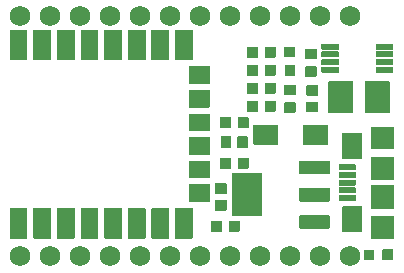
<source format=gts>
G04 Layer: TopSolderMaskLayer*
G04 EasyEDA Pro v1.7.31, 2022-10-01 17:20:27*
G04 Gerber Generator version 0.3*
G04 Scale: 100 percent, Rotated: No, Reflected: No*
G04 Dimensions in millimeters*
G04 Leading zeros omitted, absolute positions, 3 integers and 3 decimals*
%FSLAX33Y33*%
%MOMM*%
%ADD10C,1.7272*%
G75*


G04 Pad Start*
G36*
G01X10248Y23891D02*
G01X8848Y23891D01*
G03X8797Y23840I0J-51D01*
G01Y21340D01*
G03X8848Y21289I51J0D01*
G01X10248D01*
G03X10298Y21340I0J51D01*
G01Y23840D01*
G03X10248Y23891I-51J0D01*
G37*
G36*
G01X12248Y23890D02*
G01X10848Y23890D01*
G03X10797Y23840I0J-51D01*
G01Y21340D01*
G03X10848Y21289I51J0D01*
G01X12248D01*
G03X12298Y21340I0J51D01*
G01Y23840D01*
G03X12248Y23890I-51J0D01*
G37*
G36*
G01X14248Y23891D02*
G01X12848Y23891D01*
G03X12797Y23840I0J-51D01*
G01Y21340D01*
G03X12848Y21289I51J0D01*
G01X14248D01*
G03X14298Y21340I0J51D01*
G01Y23840D01*
G03X14248Y23891I-51J0D01*
G37*
G36*
G01X16248Y23890D02*
G01X14848Y23890D01*
G03X14797Y23839I0J-51D01*
G01Y21339D01*
G03X14848Y21288I51J0D01*
G01X16248D01*
G03X16298Y21339I0J51D01*
G01Y23839D01*
G03X16248Y23890I-51J0D01*
G37*
G36*
G01X18248Y23891D02*
G01X16848Y23891D01*
G03X16797Y23840I0J-51D01*
G01Y21340D01*
G03X16848Y21289I51J0D01*
G01X18248D01*
G03X18298Y21340I0J51D01*
G01Y23840D01*
G03X18248Y23891I-51J0D01*
G37*
G36*
G01X20248Y23892D02*
G01X18848Y23892D01*
G03X18797Y23841I0J-51D01*
G01Y21341D01*
G03X18848Y21290I51J0D01*
G01X20248D01*
G03X20298Y21341I0J51D01*
G01Y23841D01*
G03X20248Y23892I-51J0D01*
G37*
G36*
G01X22248Y23890D02*
G01X20848Y23890D01*
G03X20797Y23839I0J-51D01*
G01Y21339D01*
G03X20848Y21289I51J0D01*
G01X22248D01*
G03X22298Y21339I0J51D01*
G01Y23839D01*
G03X22248Y23890I-51J0D01*
G37*
G36*
G01X24248Y23889D02*
G01X22848Y23889D01*
G03X22797Y23838I0J-51D01*
G01Y21338D01*
G03X22848Y21287I51J0D01*
G01X24248D01*
G03X24298Y21338I0J51D01*
G01Y23838D01*
G03X24248Y23889I-51J0D01*
G37*
G36*
G01X25749Y19336D02*
G01X25749Y20736D01*
G03X25699Y20787I-51J0D01*
G01X23999D01*
G03X23948Y20736I0J-51D01*
G01Y19336D01*
G03X23999Y19285I51J0D01*
G01X25699D01*
G03X25749Y19336I0J51D01*
G37*
G36*
G01X25749Y17336D02*
G01X25749Y18736D01*
G03X25698Y18787I-51J0D01*
G01X23998D01*
G03X23947Y18736I0J-51D01*
G01Y17336D01*
G03X23998Y17285I51J0D01*
G01X25698D01*
G03X25749Y17336I0J51D01*
G37*
G36*
G01X25749Y15337D02*
G01X25749Y16737D01*
G03X25698Y16787I-51J0D01*
G01X23998D01*
G03X23947Y16737I0J-51D01*
G01Y15337D01*
G03X23998Y15286I51J0D01*
G01X25698D01*
G03X25749Y15337I0J51D01*
G37*
G36*
G01X25749Y13336D02*
G01X25749Y14736D01*
G03X25698Y14787I-51J0D01*
G01X23998D01*
G03X23947Y14736I0J-51D01*
G01Y13336D01*
G03X23998Y13285I51J0D01*
G01X25698D01*
G03X25749Y13336I0J51D01*
G37*
G36*
G01X25748Y11337D02*
G01X25748Y12737D01*
G03X25697Y12788I-51J0D01*
G01X23997D01*
G03X23946Y12737I0J-51D01*
G01Y11337D01*
G03X23997Y11286I51J0D01*
G01X25697D01*
G03X25748Y11337I0J51D01*
G37*
G36*
G01X25750Y9339D02*
G01X25750Y10739D01*
G03X25699Y10790I-51J0D01*
G01X23999D01*
G03X23948Y10739I0J-51D01*
G01Y9339D01*
G03X23999Y9288I51J0D01*
G01X25699D01*
G03X25750Y9339I0J51D01*
G37*
G36*
G01X22848Y6188D02*
G01X24248Y6188D01*
G03X24298Y6238I0J51D01*
G01Y8738D01*
G03X24248Y8789I-51J0D01*
G01X22848D01*
G03X22797Y8738I0J-51D01*
G01Y6238D01*
G03X22848Y6188I51J0D01*
G37*
G36*
G01X20848Y6187D02*
G01X22248Y6187D01*
G03X22298Y6238I0J51D01*
G01Y8738D01*
G03X22248Y8789I-51J0D01*
G01X20848D01*
G03X20797Y8738I0J-51D01*
G01Y6238D01*
G03X20848Y6187I51J0D01*
G37*
G36*
G01X18848Y6187D02*
G01X20248Y6187D01*
G03X20298Y6238I0J51D01*
G01Y8738D01*
G03X20248Y8789I-51J0D01*
G01X18848D01*
G03X18797Y8738I0J-51D01*
G01Y6238D01*
G03X18848Y6187I51J0D01*
G37*
G36*
G01X16848Y6187D02*
G01X18248Y6187D01*
G03X18298Y6238I0J51D01*
G01Y8738D01*
G03X18248Y8789I-51J0D01*
G01X16848D01*
G03X16797Y8738I0J-51D01*
G01Y6238D01*
G03X16848Y6187I51J0D01*
G37*
G36*
G01X14848Y6187D02*
G01X16248Y6187D01*
G03X16298Y6238I0J51D01*
G01Y8738D01*
G03X16248Y8789I-51J0D01*
G01X14848D01*
G03X14797Y8738I0J-51D01*
G01Y6238D01*
G03X14848Y6187I51J0D01*
G37*
G36*
G01X12848Y6187D02*
G01X14248Y6187D01*
G03X14298Y6238I0J51D01*
G01Y8738D01*
G03X14248Y8789I-51J0D01*
G01X12848D01*
G03X12797Y8738I0J-51D01*
G01Y6238D01*
G03X12848Y6187I51J0D01*
G37*
G36*
G01X10848Y6187D02*
G01X12248Y6187D01*
G03X12298Y6238I0J51D01*
G01Y8738D01*
G03X12248Y8789I-51J0D01*
G01X10848D01*
G03X10797Y8738I0J-51D01*
G01Y6238D01*
G03X10848Y6187I51J0D01*
G37*
G36*
G01X8848Y6187D02*
G01X10248Y6187D01*
G03X10298Y6238I0J51D01*
G01Y8738D01*
G03X10248Y8789I-51J0D01*
G01X8848D01*
G03X8797Y8738I0J-51D01*
G01Y6238D01*
G03X8848Y6187I51J0D01*
G37*
G36*
G01X35779Y19457D02*
G01X35779Y16865D01*
G03X35830Y16814I51J0D01*
G01X37830D01*
G03X37881Y16865I0J51D01*
G01Y19457D01*
G03X37830Y19508I-51J0D01*
G01X35830D01*
G03X35779Y19457I0J-51D01*
G37*
G36*
G01X38864Y19457D02*
G01X38864Y16865D01*
G03X38915Y16814I51J0D01*
G01X40915D01*
G03X40965Y16865I0J51D01*
G01Y19457D01*
G03X40915Y19508I-51J0D01*
G01X38915D01*
G03X38864Y19457I0J-51D01*
G37*
G36*
G01X36626Y22692D02*
G01X35229Y22692D01*
G03X35178Y22641I0J-51D01*
G01Y22235D01*
G03X35229Y22184I51J0D01*
G01X36626D01*
G03X36676Y22235I0J51D01*
G01Y22641D01*
G03X36626Y22692I-51J0D01*
G37*
G36*
G01X36626Y22042D02*
G01X35229Y22042D01*
G03X35178Y21991I0J-51D01*
G01Y21585D01*
G03X35229Y21534I51J0D01*
G01X36626D01*
G03X36676Y21585I0J51D01*
G01Y21991D01*
G03X36626Y22042I-51J0D01*
G37*
G36*
G01X36626Y21392D02*
G01X35229Y21392D01*
G03X35178Y21341I0J-51D01*
G01Y20935D01*
G03X35229Y20884I51J0D01*
G01X36626D01*
G03X36676Y20935I0J51D01*
G01Y21341D01*
G03X36626Y21392I-51J0D01*
G37*
G36*
G01X36626Y20742D02*
G01X35229Y20742D01*
G03X35178Y20691I0J-51D01*
G01Y20285D01*
G03X35229Y20234I51J0D01*
G01X36626D01*
G03X36676Y20285I0J51D01*
G01Y20691D01*
G03X36626Y20742I-51J0D01*
G37*
G36*
G01X41225Y20742D02*
G01X39828Y20742D01*
G03X39778Y20691I0J-51D01*
G01Y20285D01*
G03X39828Y20234I51J0D01*
G01X41225D01*
G03X41276Y20285I0J51D01*
G01Y20691D01*
G03X41225Y20742I-51J0D01*
G37*
G36*
G01X41225Y21392D02*
G01X39828Y21392D01*
G03X39778Y21341I0J-51D01*
G01Y20935D01*
G03X39828Y20884I51J0D01*
G01X41225D01*
G03X41276Y20935I0J51D01*
G01Y21341D01*
G03X41225Y21392I-51J0D01*
G37*
G36*
G01X41225Y22042D02*
G01X39828Y22042D01*
G03X39778Y21991I0J-51D01*
G01Y21585D01*
G03X39828Y21534I51J0D01*
G01X41225D01*
G03X41276Y21585I0J51D01*
G01Y21991D01*
G03X41225Y22042I-51J0D01*
G37*
G36*
G01X41225Y22692D02*
G01X39828Y22692D01*
G03X39778Y22641I0J-51D01*
G01Y22235D01*
G03X39828Y22184I51J0D01*
G01X41225D01*
G03X41276Y22235I0J51D01*
G01Y22641D01*
G03X41225Y22692I-51J0D01*
G37*
G36*
G01X34722Y20783D02*
G01X33858Y20783D01*
G03X33807Y20732I0J-51D01*
G01Y19925D01*
G03X33858Y19875I51J0D01*
G01X34722D01*
G03X34773Y19925I0J51D01*
G01Y20732D01*
G03X34722Y20783I-51J0D01*
G37*
G36*
G01X34722Y22289D02*
G01X33858Y22289D01*
G03X33807Y22239I0J-51D01*
G01Y21432D01*
G03X33858Y21381I51J0D01*
G01X34722D01*
G03X34773Y21432I0J51D01*
G01Y22239D01*
G03X34722Y22289I-51J0D01*
G37*
G36*
G01X33324Y8131D02*
G01X33324Y7081D01*
G03X33375Y7030I51J0D01*
G01X35840D01*
G03X35891Y7081I0J51D01*
G01Y8131D01*
G03X35840Y8182I-51J0D01*
G01X33375D01*
G03X33324Y8131I0J-51D01*
G37*
G36*
G01X33324Y10431D02*
G01X33324Y9381D01*
G03X33375Y9330I51J0D01*
G01X35840D01*
G03X35891Y9381I0J51D01*
G01Y10431D01*
G03X35840Y10482I-51J0D01*
G01X33375D01*
G03X33324Y10431I0J-51D01*
G37*
G36*
G01X33324Y12731D02*
G01X33324Y11681D01*
G03X33375Y11630I51J0D01*
G01X35840D01*
G03X35891Y11681I0J51D01*
G01Y12731D01*
G03X35840Y12782I-51J0D01*
G01X33375D01*
G03X33324Y12731I0J-51D01*
G37*
G36*
G01X27609Y11676D02*
G01X27609Y8136D01*
G03X27660Y8085I51J0D01*
G01X30125D01*
G03X30176Y8136I0J51D01*
G01Y11676D01*
G03X30125Y11727I-51J0D01*
G01X27660D01*
G03X27609Y11676I0J-51D01*
G37*
G36*
G01X27120Y9468D02*
G01X26220Y9468D01*
G03X26169Y9417I0J-51D01*
G01Y8617D01*
G03X26220Y8566I51J0D01*
G01X27120D01*
G03X27171Y8617I0J51D01*
G01Y9417D01*
G03X27120Y9468I-51J0D01*
G37*
G36*
G01X27120Y10868D02*
G01X26220Y10868D01*
G03X26169Y10817I0J-51D01*
G01Y10017D01*
G03X26220Y9966I51J0D01*
G01X27120D01*
G03X27171Y10017I0J51D01*
G01Y10817D01*
G03X27120Y10868I-51J0D01*
G37*
G36*
G01X35731Y14189D02*
G01X35731Y15783D01*
G03X35680Y15833I-51J0D01*
G01X33680D01*
G03X33629Y15783I0J-51D01*
G01Y14189D01*
G03X33680Y14139I51J0D01*
G01X35680D01*
G03X35731Y14189I0J51D01*
G37*
G36*
G01X31531Y14189D02*
G01X31531Y15783D01*
G03X31480Y15833I-51J0D01*
G01X29480D01*
G03X29429Y15783I0J-51D01*
G01Y14189D01*
G03X29480Y14139I51J0D01*
G01X31480D01*
G03X31531Y14189I0J51D01*
G37*
G36*
G01X36700Y10671D02*
G01X38050Y10671D01*
G03X38101Y10722I0J51D01*
G01Y11122D01*
G03X38050Y11173I-51J0D01*
G01X36700D01*
G03X36649Y11122I0J-51D01*
G01Y10722D01*
G03X36700Y10671I51J0D01*
G37*
G36*
G01X36700Y10021D02*
G01X38050Y10021D01*
G03X38101Y10072I0J51D01*
G01Y10472D01*
G03X38050Y10523I-51J0D01*
G01X36700D01*
G03X36649Y10472I0J-51D01*
G01Y10072D01*
G03X36700Y10021I51J0D01*
G37*
G36*
G01X36700Y11972D02*
G01X38050Y11972D01*
G03X38101Y12022I0J51D01*
G01Y12422D01*
G03X38050Y12473I-51J0D01*
G01X36700D01*
G03X36649Y12422I0J-51D01*
G01Y12022D01*
G03X36700Y11972I51J0D01*
G37*
G36*
G01X36700Y11321D02*
G01X38050Y11321D01*
G03X38101Y11372I0J51D01*
G01Y11772D01*
G03X38050Y11823I-51J0D01*
G01X36700D01*
G03X36649Y11772I0J-51D01*
G01Y11372D01*
G03X36700Y11321I51J0D01*
G37*
G36*
G01X36700Y9371D02*
G01X38050Y9371D01*
G03X38101Y9422I0J51D01*
G01Y9822D01*
G03X38050Y9872I-51J0D01*
G01X36700D01*
G03X36649Y9822I0J-51D01*
G01Y9422D01*
G03X36700Y9371I51J0D01*
G37*
G36*
G01X36999Y12921D02*
G01X38599Y12921D01*
G03X38650Y12972I0J51D01*
G01Y15072D01*
G03X38599Y15123I-51J0D01*
G01X36999D01*
G03X36948Y15072I0J-51D01*
G01Y12972D01*
G03X36999Y12921I51J0D01*
G37*
G36*
G01X36999Y6721D02*
G01X38599Y6721D01*
G03X38650Y6772I0J51D01*
G01Y8872D01*
G03X38599Y8923I-51J0D01*
G01X36999D01*
G03X36948Y8872I0J-51D01*
G01Y6772D01*
G03X36999Y6721I51J0D01*
G37*
G36*
G01X39399Y11120D02*
G01X41299Y11120D01*
G03X41350Y11171I0J51D01*
G01Y13071D01*
G03X41299Y13122I-51J0D01*
G01X39399D01*
G03X39348Y13071I0J-51D01*
G01Y11171D01*
G03X39399Y11120I51J0D01*
G37*
G36*
G01X39399Y8722D02*
G01X41299Y8722D01*
G03X41350Y8773I0J51D01*
G01Y10673D01*
G03X41299Y10724I-51J0D01*
G01X39399D01*
G03X39348Y10673I0J-51D01*
G01Y8773D01*
G03X39399Y8722I51J0D01*
G37*
G36*
G01X39399Y13771D02*
G01X41299Y13771D01*
G03X41350Y13822I0J51D01*
G01Y15622D01*
G03X41299Y15673I-51J0D01*
G01X39399D01*
G03X39348Y15622I0J-51D01*
G01Y13822D01*
G03X39399Y13771I51J0D01*
G37*
G36*
G01X39399Y6171D02*
G01X41299Y6171D01*
G03X41350Y6222I0J51D01*
G01Y8022D01*
G03X41299Y8073I-51J0D01*
G01X39399D01*
G03X39348Y8022I0J-51D01*
G01Y6222D01*
G03X39399Y6171I51J0D01*
G37*
G36*
G01X34867Y17785D02*
G01X33967Y17785D01*
G03X33916Y17734I0J-51D01*
G01Y16934D01*
G03X33967Y16883I51J0D01*
G01X34867D01*
G03X34918Y16934I0J51D01*
G01Y17734D01*
G03X34867Y17785I-51J0D01*
G37*
G36*
G01X34867Y19185D02*
G01X33967Y19185D01*
G03X33916Y19134I0J-51D01*
G01Y18334D01*
G03X33967Y18283I51J0D01*
G01X34867D01*
G03X34918Y18334I0J51D01*
G01Y19134D01*
G03X34867Y19185I-51J0D01*
G37*
G36*
G01X29800Y16967D02*
G01X29800Y17831D01*
G03X29749Y17882I-51J0D01*
G01X28942D01*
G03X28892Y17831I0J-51D01*
G01Y16967D01*
G03X28942Y16916I51J0D01*
G01X29749D01*
G03X29800Y16967I0J51D01*
G37*
G36*
G01X31306Y16967D02*
G01X31306Y17831D01*
G03X31256Y17882I-51J0D01*
G01X30449D01*
G03X30398Y17831I0J-51D01*
G01Y16967D01*
G03X30449Y16916I51J0D01*
G01X31256D01*
G03X31306Y16967I0J51D01*
G37*
G36*
G01X27514Y12141D02*
G01X27514Y13005D01*
G03X27463Y13056I-51J0D01*
G01X26656D01*
G03X26606Y13005I0J-51D01*
G01Y12141D01*
G03X26656Y12090I51J0D01*
G01X27463D01*
G03X27514Y12141I0J51D01*
G37*
G36*
G01X29020Y12141D02*
G01X29020Y13005D01*
G03X28970Y13056I-51J0D01*
G01X28163D01*
G03X28112Y13005I0J-51D01*
G01Y12141D01*
G03X28163Y12090I51J0D01*
G01X28970D01*
G03X29020Y12141I0J51D01*
G37*
G36*
G01X29800Y20015D02*
G01X29800Y20879D01*
G03X29749Y20930I-51J0D01*
G01X28942D01*
G03X28892Y20879I0J-51D01*
G01Y20015D01*
G03X28942Y19964I51J0D01*
G01X29749D01*
G03X29800Y20015I0J51D01*
G37*
G36*
G01X31306Y20015D02*
G01X31306Y20879D01*
G03X31256Y20930I-51J0D01*
G01X30449D01*
G03X30398Y20879I0J-51D01*
G01Y20015D01*
G03X30449Y19964I51J0D01*
G01X31256D01*
G03X31306Y20015I0J51D01*
G37*
G36*
G01X29800Y18491D02*
G01X29800Y19355D01*
G03X29749Y19406I-51J0D01*
G01X28942D01*
G03X28892Y19355I0J-51D01*
G01Y18491D01*
G03X28942Y18440I51J0D01*
G01X29749D01*
G03X29800Y18491I0J51D01*
G37*
G36*
G01X31306Y18491D02*
G01X31306Y19355D01*
G03X31256Y19406I-51J0D01*
G01X30449D01*
G03X30398Y19355I0J-51D01*
G01Y18491D01*
G03X30449Y18440I51J0D01*
G01X31256D01*
G03X31306Y18491I0J51D01*
G37*
G36*
G01X29800Y21539D02*
G01X29800Y22403D01*
G03X29749Y22454I-51J0D01*
G01X28942D01*
G03X28892Y22403I0J-51D01*
G01Y21539D01*
G03X28942Y21488I51J0D01*
G01X29749D01*
G03X29800Y21539I0J51D01*
G37*
G36*
G01X31306Y21539D02*
G01X31306Y22403D01*
G03X31256Y22454I-51J0D01*
G01X30449D01*
G03X30398Y22403I0J-51D01*
G01Y21539D01*
G03X30449Y21488I51J0D01*
G01X31256D01*
G03X31306Y21539I0J51D01*
G37*
G36*
G01X28062Y14801D02*
G01X28062Y13901D01*
G03X28113Y13850I51J0D01*
G01X28913D01*
G03X28964Y13901I0J51D01*
G01Y14801D01*
G03X28913Y14852I-51J0D01*
G01X28113D01*
G03X28062Y14801I0J-51D01*
G37*
G36*
G01X26662Y14801D02*
G01X26662Y13901D01*
G03X26713Y13850I51J0D01*
G01X27513D01*
G03X27564Y13901I0J51D01*
G01Y14801D01*
G03X27513Y14852I-51J0D01*
G01X26713D01*
G03X26662Y14801I0J-51D01*
G37*
G36*
G01X41205Y5280D02*
G01X40405Y5280D01*
G03X40354Y5229I0J-51D01*
G01Y4429D01*
G03X40405Y4379I51J0D01*
G01X41205D01*
G03X41255Y4429I0J51D01*
G01Y5229D01*
G03X41205Y5280I-51J0D01*
G37*
G36*
G01X39605Y5273D02*
G01X38805Y5273D01*
G03X38755Y5223I0J-51D01*
G01Y4423D01*
G03X38805Y4372I51J0D01*
G01X39605D01*
G03X39656Y4423I0J51D01*
G01Y5223D01*
G03X39605Y5273I-51J0D01*
G37*
G36*
G01X27350Y7671D02*
G01X27350Y6807D01*
G03X27401Y6756I51J0D01*
G01X28208D01*
G03X28258Y6807I0J51D01*
G01Y7671D01*
G03X28208Y7722I-51J0D01*
G01X27401D01*
G03X27350Y7671I0J-51D01*
G37*
G36*
G01X25844Y7671D02*
G01X25844Y6807D01*
G03X25894Y6756I51J0D01*
G01X26701D01*
G03X26752Y6807I0J51D01*
G01Y7671D01*
G03X26701Y7722I-51J0D01*
G01X25894D01*
G03X25844Y7671I0J-51D01*
G37*
G36*
G01X32058Y22409D02*
G01X32058Y21609D01*
G03X32109Y21558I51J0D01*
G01X32909D01*
G03X32959Y21609I0J51D01*
G01Y22409D01*
G03X32909Y22459I-51J0D01*
G01X32109D01*
G03X32058Y22409I0J-51D01*
G37*
G36*
G01X32065Y20809D02*
G01X32065Y20009D01*
G03X32115Y19959I51J0D01*
G01X32915D01*
G03X32966Y20009I0J51D01*
G01Y20809D01*
G03X32915Y20860I-51J0D01*
G01X32115D01*
G03X32065Y20809I0J-51D01*
G37*
G36*
G01X32944Y17735D02*
G01X32080Y17735D01*
G03X32029Y17684I0J-51D01*
G01Y16877D01*
G03X32080Y16827I51J0D01*
G01X32944D01*
G03X32995Y16877I0J51D01*
G01Y17684D01*
G03X32944Y17735I-51J0D01*
G37*
G36*
G01X32944Y19241D02*
G01X32080Y19241D01*
G03X32029Y19191I0J-51D01*
G01Y18384D01*
G03X32080Y18333I51J0D01*
G01X32944D01*
G03X32995Y18384I0J51D01*
G01Y19191D01*
G03X32944Y19241I-51J0D01*
G37*
G36*
G01X28112Y16434D02*
G01X28112Y15570D01*
G03X28163Y15519I51J0D01*
G01X28970D01*
G03X29020Y15570I0J51D01*
G01Y16434D01*
G03X28970Y16485I-51J0D01*
G01X28163D01*
G03X28112Y16434I0J-51D01*
G37*
G36*
G01X26606Y16434D02*
G01X26606Y15570D01*
G03X26656Y15519I51J0D01*
G01X27463D01*
G03X27514Y15570I0J51D01*
G01Y16434D01*
G03X27463Y16485I-51J0D01*
G01X26656D01*
G03X26606Y16434I0J-51D01*
G37*
G54D10*
G01X14732Y4699D03*
G01X17272Y4699D03*
G01X9652Y4699D03*
G01X12192Y4699D03*
G01X19812Y4699D03*
G01X22352Y4699D03*
G01X24892Y4699D03*
G01X27432Y4699D03*
G01X35052Y4699D03*
G01X14732Y25019D03*
G01X9652Y25019D03*
G01X12192Y25019D03*
G01X37592Y4699D03*
G01X29972Y4699D03*
G01X32512Y4699D03*
G01X19812Y25019D03*
G01X22352Y25019D03*
G01X24892Y25019D03*
G01X27432Y25019D03*
G01X32512Y25019D03*
G01X29972Y25019D03*
G01X17272Y25019D03*
G01X35052Y25019D03*
G01X37592Y25019D03*
G04 Pad End*

M02*

</source>
